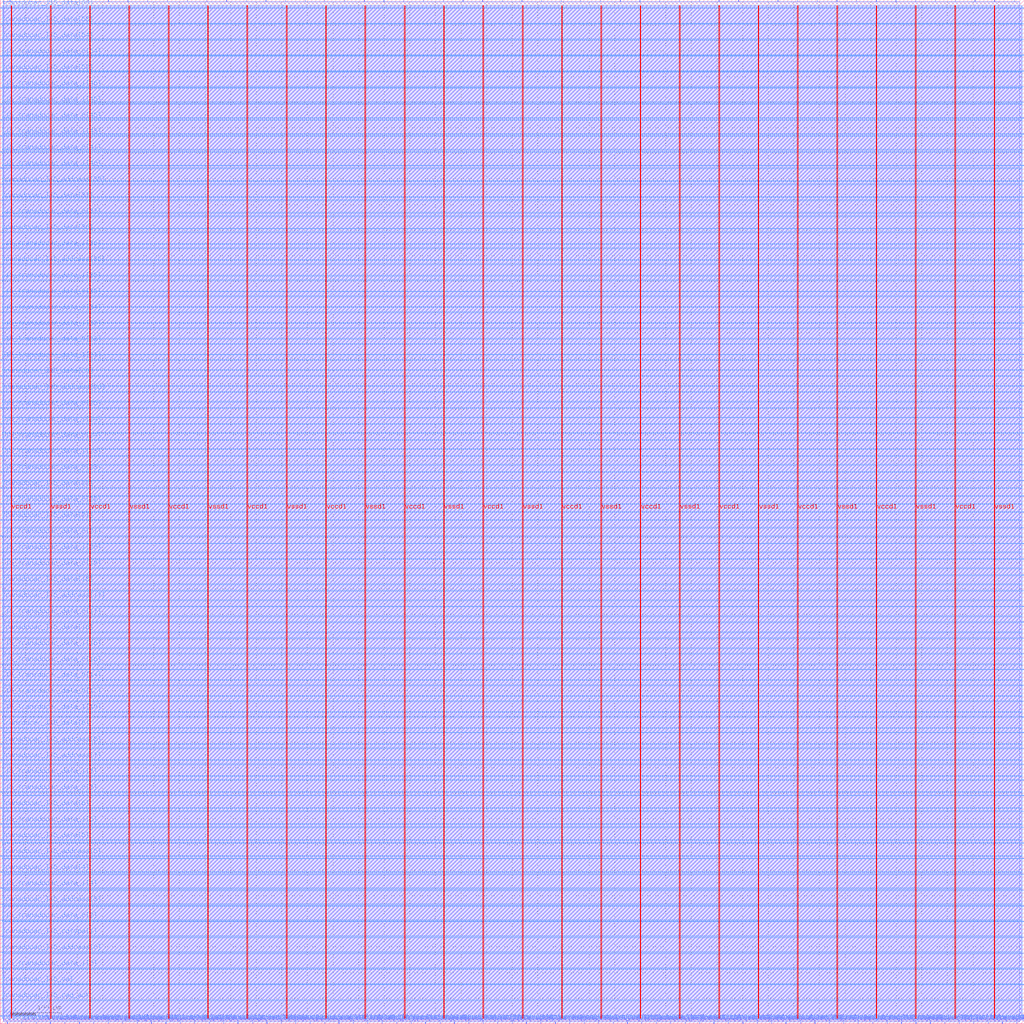
<source format=lef>
VERSION 5.7 ;
  NOWIREEXTENSIONATPIN ON ;
  DIVIDERCHAR "/" ;
  BUSBITCHARS "[]" ;
MACRO core
  CLASS BLOCK ;
  FOREIGN core ;
  ORIGIN 0.000 0.000 ;
  SIZE 2000.000 BY 2000.000 ;
  PIN clk
    DIRECTION INPUT ;
    USE SIGNAL ;
    PORT
      LAYER met2 ;
        RECT 18.950 1996.000 19.230 2000.000 ;
    END
  END clk
  PIN external_interrupt
    DIRECTION INPUT ;
    USE SIGNAL ;
    PORT
      LAYER met3 ;
        RECT 1996.000 15.000 2000.000 15.600 ;
    END
  END external_interrupt
  PIN l15_transducer_ack
    DIRECTION INPUT ;
    USE SIGNAL ;
    PORT
      LAYER met3 ;
        RECT 1996.000 45.600 2000.000 46.200 ;
    END
  END l15_transducer_ack
  PIN l15_transducer_data_0[0]
    DIRECTION INPUT ;
    USE SIGNAL ;
    PORT
      LAYER met2 ;
        RECT 41.950 0.000 42.230 4.000 ;
    END
  END l15_transducer_data_0[0]
  PIN l15_transducer_data_0[10]
    DIRECTION INPUT ;
    USE SIGNAL ;
    PORT
      LAYER met3 ;
        RECT 1996.000 352.960 2000.000 353.560 ;
    END
  END l15_transducer_data_0[10]
  PIN l15_transducer_data_0[11]
    DIRECTION INPUT ;
    USE SIGNAL ;
    PORT
      LAYER met2 ;
        RECT 595.790 1996.000 596.070 2000.000 ;
    END
  END l15_transducer_data_0[11]
  PIN l15_transducer_data_0[12]
    DIRECTION INPUT ;
    USE SIGNAL ;
    PORT
      LAYER met2 ;
        RECT 520.810 0.000 521.090 4.000 ;
    END
  END l15_transducer_data_0[12]
  PIN l15_transducer_data_0[13]
    DIRECTION INPUT ;
    USE SIGNAL ;
    PORT
      LAYER met3 ;
        RECT 0.000 639.920 4.000 640.520 ;
    END
  END l15_transducer_data_0[13]
  PIN l15_transducer_data_0[14]
    DIRECTION INPUT ;
    USE SIGNAL ;
    PORT
      LAYER met3 ;
        RECT 0.000 671.200 4.000 671.800 ;
    END
  END l15_transducer_data_0[14]
  PIN l15_transducer_data_0[15]
    DIRECTION INPUT ;
    USE SIGNAL ;
    PORT
      LAYER met2 ;
        RECT 689.630 0.000 689.910 4.000 ;
    END
  END l15_transducer_data_0[15]
  PIN l15_transducer_data_0[16]
    DIRECTION INPUT ;
    USE SIGNAL ;
    PORT
      LAYER met3 ;
        RECT 0.000 701.800 4.000 702.400 ;
    END
  END l15_transducer_data_0[16]
  PIN l15_transducer_data_0[17]
    DIRECTION INPUT ;
    USE SIGNAL ;
    PORT
      LAYER met3 ;
        RECT 0.000 795.640 4.000 796.240 ;
    END
  END l15_transducer_data_0[17]
  PIN l15_transducer_data_0[18]
    DIRECTION INPUT ;
    USE SIGNAL ;
    PORT
      LAYER met2 ;
        RECT 746.210 0.000 746.490 4.000 ;
    END
  END l15_transducer_data_0[18]
  PIN l15_transducer_data_0[19]
    DIRECTION INPUT ;
    USE SIGNAL ;
    PORT
      LAYER met3 ;
        RECT 0.000 889.480 4.000 890.080 ;
    END
  END l15_transducer_data_0[19]
  PIN l15_transducer_data_0[1]
    DIRECTION INPUT ;
    USE SIGNAL ;
    PORT
      LAYER met3 ;
        RECT 1996.000 106.800 2000.000 107.400 ;
    END
  END l15_transducer_data_0[1]
  PIN l15_transducer_data_0[20]
    DIRECTION INPUT ;
    USE SIGNAL ;
    PORT
      LAYER met3 ;
        RECT 1996.000 752.800 2000.000 753.400 ;
    END
  END l15_transducer_data_0[20]
  PIN l15_transducer_data_0[21]
    DIRECTION INPUT ;
    USE SIGNAL ;
    PORT
      LAYER met3 ;
        RECT 0.000 952.040 4.000 952.640 ;
    END
  END l15_transducer_data_0[21]
  PIN l15_transducer_data_0[22]
    DIRECTION INPUT ;
    USE SIGNAL ;
    PORT
      LAYER met3 ;
        RECT 0.000 1014.600 4.000 1015.200 ;
    END
  END l15_transducer_data_0[22]
  PIN l15_transducer_data_0[23]
    DIRECTION INPUT ;
    USE SIGNAL ;
    PORT
      LAYER met3 ;
        RECT 0.000 1077.160 4.000 1077.760 ;
    END
  END l15_transducer_data_0[23]
  PIN l15_transducer_data_0[24]
    DIRECTION INPUT ;
    USE SIGNAL ;
    PORT
      LAYER met3 ;
        RECT 0.000 1139.720 4.000 1140.320 ;
    END
  END l15_transducer_data_0[24]
  PIN l15_transducer_data_0[25]
    DIRECTION INPUT ;
    USE SIGNAL ;
    PORT
      LAYER met3 ;
        RECT 0.000 1202.280 4.000 1202.880 ;
    END
  END l15_transducer_data_0[25]
  PIN l15_transducer_data_0[26]
    DIRECTION INPUT ;
    USE SIGNAL ;
    PORT
      LAYER met3 ;
        RECT 1996.000 998.960 2000.000 999.560 ;
    END
  END l15_transducer_data_0[26]
  PIN l15_transducer_data_0[27]
    DIRECTION INPUT ;
    USE SIGNAL ;
    PORT
      LAYER met3 ;
        RECT 1996.000 1060.840 2000.000 1061.440 ;
    END
  END l15_transducer_data_0[27]
  PIN l15_transducer_data_0[28]
    DIRECTION INPUT ;
    USE SIGNAL ;
    PORT
      LAYER met2 ;
        RECT 903.530 1996.000 903.810 2000.000 ;
    END
  END l15_transducer_data_0[28]
  PIN l15_transducer_data_0[29]
    DIRECTION INPUT ;
    USE SIGNAL ;
    PORT
      LAYER met2 ;
        RECT 971.610 0.000 971.890 4.000 ;
    END
  END l15_transducer_data_0[29]
  PIN l15_transducer_data_0[2]
    DIRECTION INPUT ;
    USE SIGNAL ;
    PORT
      LAYER met3 ;
        RECT 0.000 202.000 4.000 202.600 ;
    END
  END l15_transducer_data_0[2]
  PIN l15_transducer_data_0[30]
    DIRECTION INPUT ;
    USE SIGNAL ;
    PORT
      LAYER met2 ;
        RECT 1018.990 1996.000 1019.270 2000.000 ;
    END
  END l15_transducer_data_0[30]
  PIN l15_transducer_data_0[31]
    DIRECTION INPUT ;
    USE SIGNAL ;
    PORT
      LAYER met2 ;
        RECT 1055.790 0.000 1056.070 4.000 ;
    END
  END l15_transducer_data_0[31]
  PIN l15_transducer_data_0[32]
    DIRECTION INPUT ;
    USE SIGNAL ;
    PORT
      LAYER met3 ;
        RECT 0.000 1327.400 4.000 1328.000 ;
    END
  END l15_transducer_data_0[32]
  PIN l15_transducer_data_0[33]
    DIRECTION INPUT ;
    USE SIGNAL ;
    PORT
      LAYER met3 ;
        RECT 1996.000 1245.120 2000.000 1245.720 ;
    END
  END l15_transducer_data_0[33]
  PIN l15_transducer_data_0[34]
    DIRECTION INPUT ;
    USE SIGNAL ;
    PORT
      LAYER met3 ;
        RECT 0.000 1389.280 4.000 1389.880 ;
    END
  END l15_transducer_data_0[34]
  PIN l15_transducer_data_0[35]
    DIRECTION INPUT ;
    USE SIGNAL ;
    PORT
      LAYER met3 ;
        RECT 0.000 1420.560 4.000 1421.160 ;
    END
  END l15_transducer_data_0[35]
  PIN l15_transducer_data_0[36]
    DIRECTION INPUT ;
    USE SIGNAL ;
    PORT
      LAYER met3 ;
        RECT 1996.000 1307.000 2000.000 1307.600 ;
    END
  END l15_transducer_data_0[36]
  PIN l15_transducer_data_0[37]
    DIRECTION INPUT ;
    USE SIGNAL ;
    PORT
      LAYER met3 ;
        RECT 0.000 1576.960 4.000 1577.560 ;
    END
  END l15_transducer_data_0[37]
  PIN l15_transducer_data_0[38]
    DIRECTION INPUT ;
    USE SIGNAL ;
    PORT
      LAYER met3 ;
        RECT 1996.000 1430.080 2000.000 1430.680 ;
    END
  END l15_transducer_data_0[38]
  PIN l15_transducer_data_0[39]
    DIRECTION INPUT ;
    USE SIGNAL ;
    PORT
      LAYER met2 ;
        RECT 1225.070 0.000 1225.350 4.000 ;
    END
  END l15_transducer_data_0[39]
  PIN l15_transducer_data_0[3]
    DIRECTION INPUT ;
    USE SIGNAL ;
    PORT
      LAYER met2 ;
        RECT 249.410 1996.000 249.690 2000.000 ;
    END
  END l15_transducer_data_0[3]
  PIN l15_transducer_data_0[40]
    DIRECTION INPUT ;
    USE SIGNAL ;
    PORT
      LAYER met3 ;
        RECT 1996.000 1491.280 2000.000 1491.880 ;
    END
  END l15_transducer_data_0[40]
  PIN l15_transducer_data_0[41]
    DIRECTION INPUT ;
    USE SIGNAL ;
    PORT
      LAYER met3 ;
        RECT 0.000 1702.080 4.000 1702.680 ;
    END
  END l15_transducer_data_0[41]
  PIN l15_transducer_data_0[42]
    DIRECTION INPUT ;
    USE SIGNAL ;
    PORT
      LAYER met2 ;
        RECT 1309.710 0.000 1309.990 4.000 ;
    END
  END l15_transducer_data_0[42]
  PIN l15_transducer_data_0[43]
    DIRECTION INPUT ;
    USE SIGNAL ;
    PORT
      LAYER met3 ;
        RECT 1996.000 1553.160 2000.000 1553.760 ;
    END
  END l15_transducer_data_0[43]
  PIN l15_transducer_data_0[44]
    DIRECTION INPUT ;
    USE SIGNAL ;
    PORT
      LAYER met2 ;
        RECT 1393.890 0.000 1394.170 4.000 ;
    END
  END l15_transducer_data_0[44]
  PIN l15_transducer_data_0[45]
    DIRECTION INPUT ;
    USE SIGNAL ;
    PORT
      LAYER met3 ;
        RECT 0.000 1764.640 4.000 1765.240 ;
    END
  END l15_transducer_data_0[45]
  PIN l15_transducer_data_0[46]
    DIRECTION INPUT ;
    USE SIGNAL ;
    PORT
      LAYER met2 ;
        RECT 1421.950 0.000 1422.230 4.000 ;
    END
  END l15_transducer_data_0[46]
  PIN l15_transducer_data_0[47]
    DIRECTION INPUT ;
    USE SIGNAL ;
    PORT
      LAYER met2 ;
        RECT 1450.470 0.000 1450.750 4.000 ;
    END
  END l15_transducer_data_0[47]
  PIN l15_transducer_data_0[48]
    DIRECTION INPUT ;
    USE SIGNAL ;
    PORT
      LAYER met2 ;
        RECT 1480.370 1996.000 1480.650 2000.000 ;
    END
  END l15_transducer_data_0[48]
  PIN l15_transducer_data_0[49]
    DIRECTION INPUT ;
    USE SIGNAL ;
    PORT
      LAYER met2 ;
        RECT 1519.010 1996.000 1519.290 2000.000 ;
    END
  END l15_transducer_data_0[49]
  PIN l15_transducer_data_0[4]
    DIRECTION INPUT ;
    USE SIGNAL ;
    PORT
      LAYER met2 ;
        RECT 364.870 1996.000 365.150 2000.000 ;
    END
  END l15_transducer_data_0[4]
  PIN l15_transducer_data_0[50]
    DIRECTION INPUT ;
    USE SIGNAL ;
    PORT
      LAYER met2 ;
        RECT 1563.170 0.000 1563.450 4.000 ;
    END
  END l15_transducer_data_0[50]
  PIN l15_transducer_data_0[51]
    DIRECTION INPUT ;
    USE SIGNAL ;
    PORT
      LAYER met2 ;
        RECT 1591.230 0.000 1591.510 4.000 ;
    END
  END l15_transducer_data_0[51]
  PIN l15_transducer_data_0[52]
    DIRECTION INPUT ;
    USE SIGNAL ;
    PORT
      LAYER met2 ;
        RECT 1711.290 1996.000 1711.570 2000.000 ;
    END
  END l15_transducer_data_0[52]
  PIN l15_transducer_data_0[53]
    DIRECTION INPUT ;
    USE SIGNAL ;
    PORT
      LAYER met2 ;
        RECT 1619.290 0.000 1619.570 4.000 ;
    END
  END l15_transducer_data_0[53]
  PIN l15_transducer_data_0[54]
    DIRECTION INPUT ;
    USE SIGNAL ;
    PORT
      LAYER met3 ;
        RECT 0.000 1889.760 4.000 1890.360 ;
    END
  END l15_transducer_data_0[54]
  PIN l15_transducer_data_0[55]
    DIRECTION INPUT ;
    USE SIGNAL ;
    PORT
      LAYER met2 ;
        RECT 1703.930 0.000 1704.210 4.000 ;
    END
  END l15_transducer_data_0[55]
  PIN l15_transducer_data_0[56]
    DIRECTION INPUT ;
    USE SIGNAL ;
    PORT
      LAYER met2 ;
        RECT 1760.050 0.000 1760.330 4.000 ;
    END
  END l15_transducer_data_0[56]
  PIN l15_transducer_data_0[57]
    DIRECTION INPUT ;
    USE SIGNAL ;
    PORT
      LAYER met2 ;
        RECT 1816.630 0.000 1816.910 4.000 ;
    END
  END l15_transducer_data_0[57]
  PIN l15_transducer_data_0[58]
    DIRECTION INPUT ;
    USE SIGNAL ;
    PORT
      LAYER met3 ;
        RECT 1996.000 1829.920 2000.000 1830.520 ;
    END
  END l15_transducer_data_0[58]
  PIN l15_transducer_data_0[59]
    DIRECTION INPUT ;
    USE SIGNAL ;
    PORT
      LAYER met2 ;
        RECT 1826.290 1996.000 1826.570 2000.000 ;
    END
  END l15_transducer_data_0[59]
  PIN l15_transducer_data_0[5]
    DIRECTION INPUT ;
    USE SIGNAL ;
    PORT
      LAYER met2 ;
        RECT 380.050 0.000 380.330 4.000 ;
    END
  END l15_transducer_data_0[5]
  PIN l15_transducer_data_0[60]
    DIRECTION INPUT ;
    USE SIGNAL ;
    PORT
      LAYER met2 ;
        RECT 1941.750 1996.000 1942.030 2000.000 ;
    END
  END l15_transducer_data_0[60]
  PIN l15_transducer_data_0[61]
    DIRECTION INPUT ;
    USE SIGNAL ;
    PORT
      LAYER met2 ;
        RECT 1901.270 0.000 1901.550 4.000 ;
    END
  END l15_transducer_data_0[61]
  PIN l15_transducer_data_0[62]
    DIRECTION INPUT ;
    USE SIGNAL ;
    PORT
      LAYER met3 ;
        RECT 1996.000 1860.520 2000.000 1861.120 ;
    END
  END l15_transducer_data_0[62]
  PIN l15_transducer_data_0[63]
    DIRECTION INPUT ;
    USE SIGNAL ;
    PORT
      LAYER met2 ;
        RECT 1985.450 0.000 1985.730 4.000 ;
    END
  END l15_transducer_data_0[63]
  PIN l15_transducer_data_0[6]
    DIRECTION INPUT ;
    USE SIGNAL ;
    PORT
      LAYER met2 ;
        RECT 441.690 1996.000 441.970 2000.000 ;
    END
  END l15_transducer_data_0[6]
  PIN l15_transducer_data_0[7]
    DIRECTION INPUT ;
    USE SIGNAL ;
    PORT
      LAYER met3 ;
        RECT 0.000 452.240 4.000 452.840 ;
    END
  END l15_transducer_data_0[7]
  PIN l15_transducer_data_0[8]
    DIRECTION INPUT ;
    USE SIGNAL ;
    PORT
      LAYER met2 ;
        RECT 480.330 1996.000 480.610 2000.000 ;
    END
  END l15_transducer_data_0[8]
  PIN l15_transducer_data_0[9]
    DIRECTION INPUT ;
    USE SIGNAL ;
    PORT
      LAYER met2 ;
        RECT 518.970 1996.000 519.250 2000.000 ;
    END
  END l15_transducer_data_0[9]
  PIN l15_transducer_data_1[0]
    DIRECTION INPUT ;
    USE SIGNAL ;
    PORT
      LAYER met3 ;
        RECT 0.000 108.160 4.000 108.760 ;
    END
  END l15_transducer_data_1[0]
  PIN l15_transducer_data_1[10]
    DIRECTION INPUT ;
    USE SIGNAL ;
    PORT
      LAYER met3 ;
        RECT 0.000 608.640 4.000 609.240 ;
    END
  END l15_transducer_data_1[10]
  PIN l15_transducer_data_1[11]
    DIRECTION INPUT ;
    USE SIGNAL ;
    PORT
      LAYER met2 ;
        RECT 492.750 0.000 493.030 4.000 ;
    END
  END l15_transducer_data_1[11]
  PIN l15_transducer_data_1[12]
    DIRECTION INPUT ;
    USE SIGNAL ;
    PORT
      LAYER met2 ;
        RECT 548.870 0.000 549.150 4.000 ;
    END
  END l15_transducer_data_1[12]
  PIN l15_transducer_data_1[13]
    DIRECTION INPUT ;
    USE SIGNAL ;
    PORT
      LAYER met2 ;
        RECT 576.930 0.000 577.210 4.000 ;
    END
  END l15_transducer_data_1[13]
  PIN l15_transducer_data_1[14]
    DIRECTION INPUT ;
    USE SIGNAL ;
    PORT
      LAYER met3 ;
        RECT 1996.000 506.640 2000.000 507.240 ;
    END
  END l15_transducer_data_1[14]
  PIN l15_transducer_data_1[15]
    DIRECTION INPUT ;
    USE SIGNAL ;
    PORT
      LAYER met2 ;
        RECT 717.690 0.000 717.970 4.000 ;
    END
  END l15_transducer_data_1[15]
  PIN l15_transducer_data_1[16]
    DIRECTION INPUT ;
    USE SIGNAL ;
    PORT
      LAYER met3 ;
        RECT 0.000 733.080 4.000 733.680 ;
    END
  END l15_transducer_data_1[16]
  PIN l15_transducer_data_1[17]
    DIRECTION INPUT ;
    USE SIGNAL ;
    PORT
      LAYER met2 ;
        RECT 633.970 1996.000 634.250 2000.000 ;
    END
  END l15_transducer_data_1[17]
  PIN l15_transducer_data_1[18]
    DIRECTION INPUT ;
    USE SIGNAL ;
    PORT
      LAYER met2 ;
        RECT 711.250 1996.000 711.530 2000.000 ;
    END
  END l15_transducer_data_1[18]
  PIN l15_transducer_data_1[19]
    DIRECTION INPUT ;
    USE SIGNAL ;
    PORT
      LAYER met3 ;
        RECT 1996.000 691.600 2000.000 692.200 ;
    END
  END l15_transducer_data_1[19]
  PIN l15_transducer_data_1[1]
    DIRECTION INPUT ;
    USE SIGNAL ;
    PORT
      LAYER met2 ;
        RECT 126.130 0.000 126.410 4.000 ;
    END
  END l15_transducer_data_1[1]
  PIN l15_transducer_data_1[20]
    DIRECTION INPUT ;
    USE SIGNAL ;
    PORT
      LAYER met3 ;
        RECT 0.000 920.760 4.000 921.360 ;
    END
  END l15_transducer_data_1[20]
  PIN l15_transducer_data_1[21]
    DIRECTION INPUT ;
    USE SIGNAL ;
    PORT
      LAYER met3 ;
        RECT 1996.000 845.280 2000.000 845.880 ;
    END
  END l15_transducer_data_1[21]
  PIN l15_transducer_data_1[22]
    DIRECTION INPUT ;
    USE SIGNAL ;
    PORT
      LAYER met2 ;
        RECT 774.270 0.000 774.550 4.000 ;
    END
  END l15_transducer_data_1[22]
  PIN l15_transducer_data_1[23]
    DIRECTION INPUT ;
    USE SIGNAL ;
    PORT
      LAYER met3 ;
        RECT 0.000 1108.440 4.000 1109.040 ;
    END
  END l15_transducer_data_1[23]
  PIN l15_transducer_data_1[24]
    DIRECTION INPUT ;
    USE SIGNAL ;
    PORT
      LAYER met3 ;
        RECT 0.000 1171.000 4.000 1171.600 ;
    END
  END l15_transducer_data_1[24]
  PIN l15_transducer_data_1[25]
    DIRECTION INPUT ;
    USE SIGNAL ;
    PORT
      LAYER met2 ;
        RECT 830.390 0.000 830.670 4.000 ;
    END
  END l15_transducer_data_1[25]
  PIN l15_transducer_data_1[26]
    DIRECTION INPUT ;
    USE SIGNAL ;
    PORT
      LAYER met2 ;
        RECT 886.970 0.000 887.250 4.000 ;
    END
  END l15_transducer_data_1[26]
  PIN l15_transducer_data_1[27]
    DIRECTION INPUT ;
    USE SIGNAL ;
    PORT
      LAYER met2 ;
        RECT 864.890 1996.000 865.170 2000.000 ;
    END
  END l15_transducer_data_1[27]
  PIN l15_transducer_data_1[28]
    DIRECTION INPUT ;
    USE SIGNAL ;
    PORT
      LAYER met2 ;
        RECT 943.090 0.000 943.370 4.000 ;
    END
  END l15_transducer_data_1[28]
  PIN l15_transducer_data_1[29]
    DIRECTION INPUT ;
    USE SIGNAL ;
    PORT
      LAYER met2 ;
        RECT 999.670 0.000 999.950 4.000 ;
    END
  END l15_transducer_data_1[29]
  PIN l15_transducer_data_1[2]
    DIRECTION INPUT ;
    USE SIGNAL ;
    PORT
      LAYER met2 ;
        RECT 210.770 0.000 211.050 4.000 ;
    END
  END l15_transducer_data_1[2]
  PIN l15_transducer_data_1[30]
    DIRECTION INPUT ;
    USE SIGNAL ;
    PORT
      LAYER met2 ;
        RECT 1057.170 1996.000 1057.450 2000.000 ;
    END
  END l15_transducer_data_1[30]
  PIN l15_transducer_data_1[31]
    DIRECTION INPUT ;
    USE SIGNAL ;
    PORT
      LAYER met3 ;
        RECT 0.000 1296.120 4.000 1296.720 ;
    END
  END l15_transducer_data_1[31]
  PIN l15_transducer_data_1[32]
    DIRECTION INPUT ;
    USE SIGNAL ;
    PORT
      LAYER met3 ;
        RECT 0.000 1358.000 4.000 1358.600 ;
    END
  END l15_transducer_data_1[32]
  PIN l15_transducer_data_1[33]
    DIRECTION INPUT ;
    USE SIGNAL ;
    PORT
      LAYER met2 ;
        RECT 1133.990 1996.000 1134.270 2000.000 ;
    END
  END l15_transducer_data_1[33]
  PIN l15_transducer_data_1[34]
    DIRECTION INPUT ;
    USE SIGNAL ;
    PORT
      LAYER met2 ;
        RECT 1172.630 1996.000 1172.910 2000.000 ;
    END
  END l15_transducer_data_1[34]
  PIN l15_transducer_data_1[35]
    DIRECTION INPUT ;
    USE SIGNAL ;
    PORT
      LAYER met3 ;
        RECT 0.000 1451.840 4.000 1452.440 ;
    END
  END l15_transducer_data_1[35]
  PIN l15_transducer_data_1[36]
    DIRECTION INPUT ;
    USE SIGNAL ;
    PORT
      LAYER met3 ;
        RECT 0.000 1514.400 4.000 1515.000 ;
    END
  END l15_transducer_data_1[36]
  PIN l15_transducer_data_1[37]
    DIRECTION INPUT ;
    USE SIGNAL ;
    PORT
      LAYER met3 ;
        RECT 1996.000 1368.200 2000.000 1368.800 ;
    END
  END l15_transducer_data_1[37]
  PIN l15_transducer_data_1[38]
    DIRECTION INPUT ;
    USE SIGNAL ;
    PORT
      LAYER met3 ;
        RECT 1996.000 1460.680 2000.000 1461.280 ;
    END
  END l15_transducer_data_1[38]
  PIN l15_transducer_data_1[39]
    DIRECTION INPUT ;
    USE SIGNAL ;
    PORT
      LAYER met2 ;
        RECT 1253.130 0.000 1253.410 4.000 ;
    END
  END l15_transducer_data_1[39]
  PIN l15_transducer_data_1[3]
    DIRECTION INPUT ;
    USE SIGNAL ;
    PORT
      LAYER met2 ;
        RECT 323.470 0.000 323.750 4.000 ;
    END
  END l15_transducer_data_1[3]
  PIN l15_transducer_data_1[40]
    DIRECTION INPUT ;
    USE SIGNAL ;
    PORT
      LAYER met3 ;
        RECT 0.000 1670.800 4.000 1671.400 ;
    END
  END l15_transducer_data_1[40]
  PIN l15_transducer_data_1[41]
    DIRECTION INPUT ;
    USE SIGNAL ;
    PORT
      LAYER met3 ;
        RECT 1996.000 1522.560 2000.000 1523.160 ;
    END
  END l15_transducer_data_1[41]
  PIN l15_transducer_data_1[42]
    DIRECTION INPUT ;
    USE SIGNAL ;
    PORT
      LAYER met2 ;
        RECT 1337.770 0.000 1338.050 4.000 ;
    END
  END l15_transducer_data_1[42]
  PIN l15_transducer_data_1[43]
    DIRECTION INPUT ;
    USE SIGNAL ;
    PORT
      LAYER met3 ;
        RECT 0.000 1733.360 4.000 1733.960 ;
    END
  END l15_transducer_data_1[43]
  PIN l15_transducer_data_1[44]
    DIRECTION INPUT ;
    USE SIGNAL ;
    PORT
      LAYER met2 ;
        RECT 1364.910 1996.000 1365.190 2000.000 ;
    END
  END l15_transducer_data_1[44]
  PIN l15_transducer_data_1[45]
    DIRECTION INPUT ;
    USE SIGNAL ;
    PORT
      LAYER met3 ;
        RECT 0.000 1795.920 4.000 1796.520 ;
    END
  END l15_transducer_data_1[45]
  PIN l15_transducer_data_1[46]
    DIRECTION INPUT ;
    USE SIGNAL ;
    PORT
      LAYER met3 ;
        RECT 0.000 1827.200 4.000 1827.800 ;
    END
  END l15_transducer_data_1[46]
  PIN l15_transducer_data_1[47]
    DIRECTION INPUT ;
    USE SIGNAL ;
    PORT
      LAYER met2 ;
        RECT 1478.530 0.000 1478.810 4.000 ;
    END
  END l15_transducer_data_1[47]
  PIN l15_transducer_data_1[48]
    DIRECTION INPUT ;
    USE SIGNAL ;
    PORT
      LAYER met2 ;
        RECT 1506.590 0.000 1506.870 4.000 ;
    END
  END l15_transducer_data_1[48]
  PIN l15_transducer_data_1[49]
    DIRECTION INPUT ;
    USE SIGNAL ;
    PORT
      LAYER met2 ;
        RECT 1557.190 1996.000 1557.470 2000.000 ;
    END
  END l15_transducer_data_1[49]
  PIN l15_transducer_data_1[4]
    DIRECTION INPUT ;
    USE SIGNAL ;
    PORT
      LAYER met3 ;
        RECT 0.000 264.560 4.000 265.160 ;
    END
  END l15_transducer_data_1[4]
  PIN l15_transducer_data_1[50]
    DIRECTION INPUT ;
    USE SIGNAL ;
    PORT
      LAYER met2 ;
        RECT 1595.830 1996.000 1596.110 2000.000 ;
    END
  END l15_transducer_data_1[50]
  PIN l15_transducer_data_1[51]
    DIRECTION INPUT ;
    USE SIGNAL ;
    PORT
      LAYER met2 ;
        RECT 1672.650 1996.000 1672.930 2000.000 ;
    END
  END l15_transducer_data_1[51]
  PIN l15_transducer_data_1[52]
    DIRECTION INPUT ;
    USE SIGNAL ;
    PORT
      LAYER met3 ;
        RECT 1996.000 1737.440 2000.000 1738.040 ;
    END
  END l15_transducer_data_1[52]
  PIN l15_transducer_data_1[53]
    DIRECTION INPUT ;
    USE SIGNAL ;
    PORT
      LAYER met2 ;
        RECT 1647.350 0.000 1647.630 4.000 ;
    END
  END l15_transducer_data_1[53]
  PIN l15_transducer_data_1[54]
    DIRECTION INPUT ;
    USE SIGNAL ;
    PORT
      LAYER met2 ;
        RECT 1749.470 1996.000 1749.750 2000.000 ;
    END
  END l15_transducer_data_1[54]
  PIN l15_transducer_data_1[55]
    DIRECTION INPUT ;
    USE SIGNAL ;
    PORT
      LAYER met2 ;
        RECT 1788.110 1996.000 1788.390 2000.000 ;
    END
  END l15_transducer_data_1[55]
  PIN l15_transducer_data_1[56]
    DIRECTION INPUT ;
    USE SIGNAL ;
    PORT
      LAYER met3 ;
        RECT 1996.000 1768.720 2000.000 1769.320 ;
    END
  END l15_transducer_data_1[56]
  PIN l15_transducer_data_1[57]
    DIRECTION INPUT ;
    USE SIGNAL ;
    PORT
      LAYER met3 ;
        RECT 1996.000 1799.320 2000.000 1799.920 ;
    END
  END l15_transducer_data_1[57]
  PIN l15_transducer_data_1[58]
    DIRECTION INPUT ;
    USE SIGNAL ;
    PORT
      LAYER met2 ;
        RECT 1872.750 0.000 1873.030 4.000 ;
    END
  END l15_transducer_data_1[58]
  PIN l15_transducer_data_1[59]
    DIRECTION INPUT ;
    USE SIGNAL ;
    PORT
      LAYER met2 ;
        RECT 1864.930 1996.000 1865.210 2000.000 ;
    END
  END l15_transducer_data_1[59]
  PIN l15_transducer_data_1[5]
    DIRECTION INPUT ;
    USE SIGNAL ;
    PORT
      LAYER met2 ;
        RECT 408.110 0.000 408.390 4.000 ;
    END
  END l15_transducer_data_1[5]
  PIN l15_transducer_data_1[60]
    DIRECTION INPUT ;
    USE SIGNAL ;
    PORT
      LAYER met2 ;
        RECT 1980.390 1996.000 1980.670 2000.000 ;
    END
  END l15_transducer_data_1[60]
  PIN l15_transducer_data_1[61]
    DIRECTION INPUT ;
    USE SIGNAL ;
    PORT
      LAYER met2 ;
        RECT 1929.330 0.000 1929.610 4.000 ;
    END
  END l15_transducer_data_1[61]
  PIN l15_transducer_data_1[62]
    DIRECTION INPUT ;
    USE SIGNAL ;
    PORT
      LAYER met3 ;
        RECT 1996.000 1891.800 2000.000 1892.400 ;
    END
  END l15_transducer_data_1[62]
  PIN l15_transducer_data_1[63]
    DIRECTION INPUT ;
    USE SIGNAL ;
    PORT
      LAYER met3 ;
        RECT 1996.000 1953.000 2000.000 1953.600 ;
    END
  END l15_transducer_data_1[63]
  PIN l15_transducer_data_1[6]
    DIRECTION INPUT ;
    USE SIGNAL ;
    PORT
      LAYER met3 ;
        RECT 0.000 389.680 4.000 390.280 ;
    END
  END l15_transducer_data_1[6]
  PIN l15_transducer_data_1[7]
    DIRECTION INPUT ;
    USE SIGNAL ;
    PORT
      LAYER met3 ;
        RECT 0.000 483.520 4.000 484.120 ;
    END
  END l15_transducer_data_1[7]
  PIN l15_transducer_data_1[8]
    DIRECTION INPUT ;
    USE SIGNAL ;
    PORT
      LAYER met3 ;
        RECT 1996.000 229.880 2000.000 230.480 ;
    END
  END l15_transducer_data_1[8]
  PIN l15_transducer_data_1[9]
    DIRECTION INPUT ;
    USE SIGNAL ;
    PORT
      LAYER met3 ;
        RECT 1996.000 260.480 2000.000 261.080 ;
    END
  END l15_transducer_data_1[9]
  PIN l15_transducer_header_ack
    DIRECTION INPUT ;
    USE SIGNAL ;
    PORT
      LAYER met2 ;
        RECT 13.890 0.000 14.170 4.000 ;
    END
  END l15_transducer_header_ack
  PIN l15_transducer_returntype[0]
    DIRECTION INPUT ;
    USE SIGNAL ;
    PORT
      LAYER met2 ;
        RECT 70.010 0.000 70.290 4.000 ;
    END
  END l15_transducer_returntype[0]
  PIN l15_transducer_returntype[1]
    DIRECTION INPUT ;
    USE SIGNAL ;
    PORT
      LAYER met3 ;
        RECT 1996.000 137.400 2000.000 138.000 ;
    END
  END l15_transducer_returntype[1]
  PIN l15_transducer_returntype[2]
    DIRECTION INPUT ;
    USE SIGNAL ;
    PORT
      LAYER met2 ;
        RECT 172.590 1996.000 172.870 2000.000 ;
    END
  END l15_transducer_returntype[2]
  PIN l15_transducer_returntype[3]
    DIRECTION INPUT ;
    USE SIGNAL ;
    PORT
      LAYER met2 ;
        RECT 288.050 1996.000 288.330 2000.000 ;
    END
  END l15_transducer_returntype[3]
  PIN l15_transducer_val
    DIRECTION INPUT ;
    USE SIGNAL ;
    PORT
      LAYER met2 ;
        RECT 57.130 1996.000 57.410 2000.000 ;
    END
  END l15_transducer_val
  PIN nrst
    DIRECTION INPUT ;
    USE SIGNAL ;
    PORT
      LAYER met3 ;
        RECT 0.000 15.000 4.000 15.600 ;
    END
  END nrst
  PIN transducer_l15_address[0]
    DIRECTION OUTPUT TRISTATE ;
    USE SIGNAL ;
    PORT
      LAYER met3 ;
        RECT 0.000 139.440 4.000 140.040 ;
    END
  END transducer_l15_address[0]
  PIN transducer_l15_address[10]
    DIRECTION OUTPUT TRISTATE ;
    USE SIGNAL ;
    PORT
      LAYER met2 ;
        RECT 557.150 1996.000 557.430 2000.000 ;
    END
  END transducer_l15_address[10]
  PIN transducer_l15_address[11]
    DIRECTION OUTPUT TRISTATE ;
    USE SIGNAL ;
    PORT
      LAYER met3 ;
        RECT 1996.000 383.560 2000.000 384.160 ;
    END
  END transducer_l15_address[11]
  PIN transducer_l15_address[12]
    DIRECTION OUTPUT TRISTATE ;
    USE SIGNAL ;
    PORT
      LAYER met3 ;
        RECT 1996.000 445.440 2000.000 446.040 ;
    END
  END transducer_l15_address[12]
  PIN transducer_l15_address[13]
    DIRECTION OUTPUT TRISTATE ;
    USE SIGNAL ;
    PORT
      LAYER met2 ;
        RECT 605.450 0.000 605.730 4.000 ;
    END
  END transducer_l15_address[13]
  PIN transducer_l15_address[14]
    DIRECTION OUTPUT TRISTATE ;
    USE SIGNAL ;
    PORT
      LAYER met3 ;
        RECT 1996.000 537.920 2000.000 538.520 ;
    END
  END transducer_l15_address[14]
  PIN transducer_l15_address[15]
    DIRECTION OUTPUT TRISTATE ;
    USE SIGNAL ;
    PORT
      LAYER met3 ;
        RECT 1996.000 568.520 2000.000 569.120 ;
    END
  END transducer_l15_address[15]
  PIN transducer_l15_address[16]
    DIRECTION OUTPUT TRISTATE ;
    USE SIGNAL ;
    PORT
      LAYER met3 ;
        RECT 1996.000 629.720 2000.000 630.320 ;
    END
  END transducer_l15_address[16]
  PIN transducer_l15_address[17]
    DIRECTION OUTPUT TRISTATE ;
    USE SIGNAL ;
    PORT
      LAYER met3 ;
        RECT 0.000 826.920 4.000 827.520 ;
    END
  END transducer_l15_address[17]
  PIN transducer_l15_address[18]
    DIRECTION OUTPUT TRISTATE ;
    USE SIGNAL ;
    PORT
      LAYER met3 ;
        RECT 1996.000 661.000 2000.000 661.600 ;
    END
  END transducer_l15_address[18]
  PIN transducer_l15_address[19]
    DIRECTION OUTPUT TRISTATE ;
    USE SIGNAL ;
    PORT
      LAYER met3 ;
        RECT 1996.000 722.200 2000.000 722.800 ;
    END
  END transducer_l15_address[19]
  PIN transducer_l15_address[1]
    DIRECTION OUTPUT TRISTATE ;
    USE SIGNAL ;
    PORT
      LAYER met2 ;
        RECT 154.650 0.000 154.930 4.000 ;
    END
  END transducer_l15_address[1]
  PIN transducer_l15_address[20]
    DIRECTION OUTPUT TRISTATE ;
    USE SIGNAL ;
    PORT
      LAYER met3 ;
        RECT 1996.000 784.080 2000.000 784.680 ;
    END
  END transducer_l15_address[20]
  PIN transducer_l15_address[21]
    DIRECTION OUTPUT TRISTATE ;
    USE SIGNAL ;
    PORT
      LAYER met3 ;
        RECT 1996.000 875.880 2000.000 876.480 ;
    END
  END transducer_l15_address[21]
  PIN transducer_l15_address[22]
    DIRECTION OUTPUT TRISTATE ;
    USE SIGNAL ;
    PORT
      LAYER met2 ;
        RECT 802.330 0.000 802.610 4.000 ;
    END
  END transducer_l15_address[22]
  PIN transducer_l15_address[23]
    DIRECTION OUTPUT TRISTATE ;
    USE SIGNAL ;
    PORT
      LAYER met2 ;
        RECT 788.070 1996.000 788.350 2000.000 ;
    END
  END transducer_l15_address[23]
  PIN transducer_l15_address[24]
    DIRECTION OUTPUT TRISTATE ;
    USE SIGNAL ;
    PORT
      LAYER met3 ;
        RECT 1996.000 937.760 2000.000 938.360 ;
    END
  END transducer_l15_address[24]
  PIN transducer_l15_address[25]
    DIRECTION OUTPUT TRISTATE ;
    USE SIGNAL ;
    PORT
      LAYER met3 ;
        RECT 1996.000 968.360 2000.000 968.960 ;
    END
  END transducer_l15_address[25]
  PIN transducer_l15_address[26]
    DIRECTION OUTPUT TRISTATE ;
    USE SIGNAL ;
    PORT
      LAYER met3 ;
        RECT 0.000 1233.560 4.000 1234.160 ;
    END
  END transducer_l15_address[26]
  PIN transducer_l15_address[27]
    DIRECTION OUTPUT TRISTATE ;
    USE SIGNAL ;
    PORT
      LAYER met3 ;
        RECT 1996.000 1091.440 2000.000 1092.040 ;
    END
  END transducer_l15_address[27]
  PIN transducer_l15_address[28]
    DIRECTION OUTPUT TRISTATE ;
    USE SIGNAL ;
    PORT
      LAYER met3 ;
        RECT 1996.000 1122.040 2000.000 1122.640 ;
    END
  END transducer_l15_address[28]
  PIN transducer_l15_address[29]
    DIRECTION OUTPUT TRISTATE ;
    USE SIGNAL ;
    PORT
      LAYER met2 ;
        RECT 941.710 1996.000 941.990 2000.000 ;
    END
  END transducer_l15_address[29]
  PIN transducer_l15_address[2]
    DIRECTION OUTPUT TRISTATE ;
    USE SIGNAL ;
    PORT
      LAYER met2 ;
        RECT 238.830 0.000 239.110 4.000 ;
    END
  END transducer_l15_address[2]
  PIN transducer_l15_address[30]
    DIRECTION OUTPUT TRISTATE ;
    USE SIGNAL ;
    PORT
      LAYER met2 ;
        RECT 1027.730 0.000 1028.010 4.000 ;
    END
  END transducer_l15_address[30]
  PIN transducer_l15_address[31]
    DIRECTION OUTPUT TRISTATE ;
    USE SIGNAL ;
    PORT
      LAYER met3 ;
        RECT 1996.000 1183.920 2000.000 1184.520 ;
    END
  END transducer_l15_address[31]
  PIN transducer_l15_address[32]
    DIRECTION OUTPUT TRISTATE ;
    USE SIGNAL ;
    PORT
      LAYER met2 ;
        RECT 1084.310 0.000 1084.590 4.000 ;
    END
  END transducer_l15_address[32]
  PIN transducer_l15_address[33]
    DIRECTION OUTPUT TRISTATE ;
    USE SIGNAL ;
    PORT
      LAYER met3 ;
        RECT 1996.000 1276.400 2000.000 1277.000 ;
    END
  END transducer_l15_address[33]
  PIN transducer_l15_address[34]
    DIRECTION OUTPUT TRISTATE ;
    USE SIGNAL ;
    PORT
      LAYER met2 ;
        RECT 1140.430 0.000 1140.710 4.000 ;
    END
  END transducer_l15_address[34]
  PIN transducer_l15_address[35]
    DIRECTION OUTPUT TRISTATE ;
    USE SIGNAL ;
    PORT
      LAYER met3 ;
        RECT 0.000 1483.120 4.000 1483.720 ;
    END
  END transducer_l15_address[35]
  PIN transducer_l15_address[36]
    DIRECTION OUTPUT TRISTATE ;
    USE SIGNAL ;
    PORT
      LAYER met3 ;
        RECT 1996.000 1337.600 2000.000 1338.200 ;
    END
  END transducer_l15_address[36]
  PIN transducer_l15_address[37]
    DIRECTION OUTPUT TRISTATE ;
    USE SIGNAL ;
    PORT
      LAYER met3 ;
        RECT 1996.000 1399.480 2000.000 1400.080 ;
    END
  END transducer_l15_address[37]
  PIN transducer_l15_address[38]
    DIRECTION OUTPUT TRISTATE ;
    USE SIGNAL ;
    PORT
      LAYER met2 ;
        RECT 1168.490 0.000 1168.770 4.000 ;
    END
  END transducer_l15_address[38]
  PIN transducer_l15_address[39]
    DIRECTION OUTPUT TRISTATE ;
    USE SIGNAL ;
    PORT
      LAYER met3 ;
        RECT 0.000 1639.520 4.000 1640.120 ;
    END
  END transducer_l15_address[39]
  PIN transducer_l15_address[3]
    DIRECTION OUTPUT TRISTATE ;
    USE SIGNAL ;
    PORT
      LAYER met3 ;
        RECT 0.000 233.280 4.000 233.880 ;
    END
  END transducer_l15_address[3]
  PIN transducer_l15_address[4]
    DIRECTION OUTPUT TRISTATE ;
    USE SIGNAL ;
    PORT
      LAYER met2 ;
        RECT 403.510 1996.000 403.790 2000.000 ;
    END
  END transducer_l15_address[4]
  PIN transducer_l15_address[5]
    DIRECTION OUTPUT TRISTATE ;
    USE SIGNAL ;
    PORT
      LAYER met3 ;
        RECT 0.000 327.120 4.000 327.720 ;
    END
  END transducer_l15_address[5]
  PIN transducer_l15_address[6]
    DIRECTION OUTPUT TRISTATE ;
    USE SIGNAL ;
    PORT
      LAYER met2 ;
        RECT 436.170 0.000 436.450 4.000 ;
    END
  END transducer_l15_address[6]
  PIN transducer_l15_address[7]
    DIRECTION OUTPUT TRISTATE ;
    USE SIGNAL ;
    PORT
      LAYER met3 ;
        RECT 0.000 514.800 4.000 515.400 ;
    END
  END transducer_l15_address[7]
  PIN transducer_l15_address[8]
    DIRECTION OUTPUT TRISTATE ;
    USE SIGNAL ;
    PORT
      LAYER met3 ;
        RECT 0.000 546.080 4.000 546.680 ;
    END
  END transducer_l15_address[8]
  PIN transducer_l15_address[9]
    DIRECTION OUTPUT TRISTATE ;
    USE SIGNAL ;
    PORT
      LAYER met3 ;
        RECT 1996.000 291.760 2000.000 292.360 ;
    END
  END transducer_l15_address[9]
  PIN transducer_l15_data[0]
    DIRECTION OUTPUT TRISTATE ;
    USE SIGNAL ;
    PORT
      LAYER met2 ;
        RECT 95.770 1996.000 96.050 2000.000 ;
    END
  END transducer_l15_data[0]
  PIN transducer_l15_data[10]
    DIRECTION OUTPUT TRISTATE ;
    USE SIGNAL ;
    PORT
      LAYER met2 ;
        RECT 464.230 0.000 464.510 4.000 ;
    END
  END transducer_l15_data[10]
  PIN transducer_l15_data[11]
    DIRECTION OUTPUT TRISTATE ;
    USE SIGNAL ;
    PORT
      LAYER met3 ;
        RECT 1996.000 414.840 2000.000 415.440 ;
    END
  END transducer_l15_data[11]
  PIN transducer_l15_data[12]
    DIRECTION OUTPUT TRISTATE ;
    USE SIGNAL ;
    PORT
      LAYER met3 ;
        RECT 1996.000 476.040 2000.000 476.640 ;
    END
  END transducer_l15_data[12]
  PIN transducer_l15_data[13]
    DIRECTION OUTPUT TRISTATE ;
    USE SIGNAL ;
    PORT
      LAYER met2 ;
        RECT 633.510 0.000 633.790 4.000 ;
    END
  END transducer_l15_data[13]
  PIN transducer_l15_data[14]
    DIRECTION OUTPUT TRISTATE ;
    USE SIGNAL ;
    PORT
      LAYER met2 ;
        RECT 661.570 0.000 661.850 4.000 ;
    END
  END transducer_l15_data[14]
  PIN transducer_l15_data[15]
    DIRECTION OUTPUT TRISTATE ;
    USE SIGNAL ;
    PORT
      LAYER met3 ;
        RECT 1996.000 599.120 2000.000 599.720 ;
    END
  END transducer_l15_data[15]
  PIN transducer_l15_data[16]
    DIRECTION OUTPUT TRISTATE ;
    USE SIGNAL ;
    PORT
      LAYER met3 ;
        RECT 0.000 764.360 4.000 764.960 ;
    END
  END transducer_l15_data[16]
  PIN transducer_l15_data[17]
    DIRECTION OUTPUT TRISTATE ;
    USE SIGNAL ;
    PORT
      LAYER met2 ;
        RECT 672.610 1996.000 672.890 2000.000 ;
    END
  END transducer_l15_data[17]
  PIN transducer_l15_data[18]
    DIRECTION OUTPUT TRISTATE ;
    USE SIGNAL ;
    PORT
      LAYER met3 ;
        RECT 0.000 858.200 4.000 858.800 ;
    END
  END transducer_l15_data[18]
  PIN transducer_l15_data[19]
    DIRECTION OUTPUT TRISTATE ;
    USE SIGNAL ;
    PORT
      LAYER met2 ;
        RECT 749.430 1996.000 749.710 2000.000 ;
    END
  END transducer_l15_data[19]
  PIN transducer_l15_data[1]
    DIRECTION OUTPUT TRISTATE ;
    USE SIGNAL ;
    PORT
      LAYER met2 ;
        RECT 182.710 0.000 182.990 4.000 ;
    END
  END transducer_l15_data[1]
  PIN transducer_l15_data[20]
    DIRECTION OUTPUT TRISTATE ;
    USE SIGNAL ;
    PORT
      LAYER met3 ;
        RECT 1996.000 814.680 2000.000 815.280 ;
    END
  END transducer_l15_data[20]
  PIN transducer_l15_data[21]
    DIRECTION OUTPUT TRISTATE ;
    USE SIGNAL ;
    PORT
      LAYER met3 ;
        RECT 0.000 983.320 4.000 983.920 ;
    END
  END transducer_l15_data[21]
  PIN transducer_l15_data[22]
    DIRECTION OUTPUT TRISTATE ;
    USE SIGNAL ;
    PORT
      LAYER met3 ;
        RECT 0.000 1045.880 4.000 1046.480 ;
    END
  END transducer_l15_data[22]
  PIN transducer_l15_data[23]
    DIRECTION OUTPUT TRISTATE ;
    USE SIGNAL ;
    PORT
      LAYER met3 ;
        RECT 1996.000 907.160 2000.000 907.760 ;
    END
  END transducer_l15_data[23]
  PIN transducer_l15_data[24]
    DIRECTION OUTPUT TRISTATE ;
    USE SIGNAL ;
    PORT
      LAYER met2 ;
        RECT 826.250 1996.000 826.530 2000.000 ;
    END
  END transducer_l15_data[24]
  PIN transducer_l15_data[25]
    DIRECTION OUTPUT TRISTATE ;
    USE SIGNAL ;
    PORT
      LAYER met2 ;
        RECT 858.910 0.000 859.190 4.000 ;
    END
  END transducer_l15_data[25]
  PIN transducer_l15_data[26]
    DIRECTION OUTPUT TRISTATE ;
    USE SIGNAL ;
    PORT
      LAYER met3 ;
        RECT 1996.000 1030.240 2000.000 1030.840 ;
    END
  END transducer_l15_data[26]
  PIN transducer_l15_data[27]
    DIRECTION OUTPUT TRISTATE ;
    USE SIGNAL ;
    PORT
      LAYER met2 ;
        RECT 915.030 0.000 915.310 4.000 ;
    END
  END transducer_l15_data[27]
  PIN transducer_l15_data[28]
    DIRECTION OUTPUT TRISTATE ;
    USE SIGNAL ;
    PORT
      LAYER met3 ;
        RECT 1996.000 1153.320 2000.000 1153.920 ;
    END
  END transducer_l15_data[28]
  PIN transducer_l15_data[29]
    DIRECTION OUTPUT TRISTATE ;
    USE SIGNAL ;
    PORT
      LAYER met2 ;
        RECT 980.350 1996.000 980.630 2000.000 ;
    END
  END transducer_l15_data[29]
  PIN transducer_l15_data[2]
    DIRECTION OUTPUT TRISTATE ;
    USE SIGNAL ;
    PORT
      LAYER met2 ;
        RECT 211.230 1996.000 211.510 2000.000 ;
    END
  END transducer_l15_data[2]
  PIN transducer_l15_data[30]
    DIRECTION OUTPUT TRISTATE ;
    USE SIGNAL ;
    PORT
      LAYER met3 ;
        RECT 0.000 1264.840 4.000 1265.440 ;
    END
  END transducer_l15_data[30]
  PIN transducer_l15_data[31]
    DIRECTION OUTPUT TRISTATE ;
    USE SIGNAL ;
    PORT
      LAYER met2 ;
        RECT 1095.810 1996.000 1096.090 2000.000 ;
    END
  END transducer_l15_data[31]
  PIN transducer_l15_data[32]
    DIRECTION OUTPUT TRISTATE ;
    USE SIGNAL ;
    PORT
      LAYER met3 ;
        RECT 1996.000 1214.520 2000.000 1215.120 ;
    END
  END transducer_l15_data[32]
  PIN transducer_l15_data[33]
    DIRECTION OUTPUT TRISTATE ;
    USE SIGNAL ;
    PORT
      LAYER met2 ;
        RECT 1112.370 0.000 1112.650 4.000 ;
    END
  END transducer_l15_data[33]
  PIN transducer_l15_data[34]
    DIRECTION OUTPUT TRISTATE ;
    USE SIGNAL ;
    PORT
      LAYER met2 ;
        RECT 1211.270 1996.000 1211.550 2000.000 ;
    END
  END transducer_l15_data[34]
  PIN transducer_l15_data[35]
    DIRECTION OUTPUT TRISTATE ;
    USE SIGNAL ;
    PORT
      LAYER met2 ;
        RECT 1249.450 1996.000 1249.730 2000.000 ;
    END
  END transducer_l15_data[35]
  PIN transducer_l15_data[36]
    DIRECTION OUTPUT TRISTATE ;
    USE SIGNAL ;
    PORT
      LAYER met3 ;
        RECT 0.000 1545.680 4.000 1546.280 ;
    END
  END transducer_l15_data[36]
  PIN transducer_l15_data[37]
    DIRECTION OUTPUT TRISTATE ;
    USE SIGNAL ;
    PORT
      LAYER met3 ;
        RECT 0.000 1608.240 4.000 1608.840 ;
    END
  END transducer_l15_data[37]
  PIN transducer_l15_data[38]
    DIRECTION OUTPUT TRISTATE ;
    USE SIGNAL ;
    PORT
      LAYER met2 ;
        RECT 1197.010 0.000 1197.290 4.000 ;
    END
  END transducer_l15_data[38]
  PIN transducer_l15_data[39]
    DIRECTION OUTPUT TRISTATE ;
    USE SIGNAL ;
    PORT
      LAYER met2 ;
        RECT 1281.190 0.000 1281.470 4.000 ;
    END
  END transducer_l15_data[39]
  PIN transducer_l15_data[3]
    DIRECTION OUTPUT TRISTATE ;
    USE SIGNAL ;
    PORT
      LAYER met2 ;
        RECT 351.530 0.000 351.810 4.000 ;
    END
  END transducer_l15_data[3]
  PIN transducer_l15_data[40]
    DIRECTION OUTPUT TRISTATE ;
    USE SIGNAL ;
    PORT
      LAYER met2 ;
        RECT 1288.090 1996.000 1288.370 2000.000 ;
    END
  END transducer_l15_data[40]
  PIN transducer_l15_data[41]
    DIRECTION OUTPUT TRISTATE ;
    USE SIGNAL ;
    PORT
      LAYER met2 ;
        RECT 1326.270 1996.000 1326.550 2000.000 ;
    END
  END transducer_l15_data[41]
  PIN transducer_l15_data[42]
    DIRECTION OUTPUT TRISTATE ;
    USE SIGNAL ;
    PORT
      LAYER met2 ;
        RECT 1365.830 0.000 1366.110 4.000 ;
    END
  END transducer_l15_data[42]
  PIN transducer_l15_data[43]
    DIRECTION OUTPUT TRISTATE ;
    USE SIGNAL ;
    PORT
      LAYER met3 ;
        RECT 1996.000 1583.760 2000.000 1584.360 ;
    END
  END transducer_l15_data[43]
  PIN transducer_l15_data[44]
    DIRECTION OUTPUT TRISTATE ;
    USE SIGNAL ;
    PORT
      LAYER met2 ;
        RECT 1403.550 1996.000 1403.830 2000.000 ;
    END
  END transducer_l15_data[44]
  PIN transducer_l15_data[45]
    DIRECTION OUTPUT TRISTATE ;
    USE SIGNAL ;
    PORT
      LAYER met3 ;
        RECT 1996.000 1614.360 2000.000 1614.960 ;
    END
  END transducer_l15_data[45]
  PIN transducer_l15_data[46]
    DIRECTION OUTPUT TRISTATE ;
    USE SIGNAL ;
    PORT
      LAYER met3 ;
        RECT 1996.000 1645.640 2000.000 1646.240 ;
    END
  END transducer_l15_data[46]
  PIN transducer_l15_data[47]
    DIRECTION OUTPUT TRISTATE ;
    USE SIGNAL ;
    PORT
      LAYER met2 ;
        RECT 1441.730 1996.000 1442.010 2000.000 ;
    END
  END transducer_l15_data[47]
  PIN transducer_l15_data[48]
    DIRECTION OUTPUT TRISTATE ;
    USE SIGNAL ;
    PORT
      LAYER met3 ;
        RECT 1996.000 1676.240 2000.000 1676.840 ;
    END
  END transducer_l15_data[48]
  PIN transducer_l15_data[49]
    DIRECTION OUTPUT TRISTATE ;
    USE SIGNAL ;
    PORT
      LAYER met2 ;
        RECT 1534.650 0.000 1534.930 4.000 ;
    END
  END transducer_l15_data[49]
  PIN transducer_l15_data[4]
    DIRECTION OUTPUT TRISTATE ;
    USE SIGNAL ;
    PORT
      LAYER met3 ;
        RECT 0.000 295.840 4.000 296.440 ;
    END
  END transducer_l15_data[4]
  PIN transducer_l15_data[50]
    DIRECTION OUTPUT TRISTATE ;
    USE SIGNAL ;
    PORT
      LAYER met2 ;
        RECT 1634.010 1996.000 1634.290 2000.000 ;
    END
  END transducer_l15_data[50]
  PIN transducer_l15_data[51]
    DIRECTION OUTPUT TRISTATE ;
    USE SIGNAL ;
    PORT
      LAYER met3 ;
        RECT 1996.000 1706.840 2000.000 1707.440 ;
    END
  END transducer_l15_data[51]
  PIN transducer_l15_data[52]
    DIRECTION OUTPUT TRISTATE ;
    USE SIGNAL ;
    PORT
      LAYER met3 ;
        RECT 0.000 1858.480 4.000 1859.080 ;
    END
  END transducer_l15_data[52]
  PIN transducer_l15_data[53]
    DIRECTION OUTPUT TRISTATE ;
    USE SIGNAL ;
    PORT
      LAYER met2 ;
        RECT 1675.870 0.000 1676.150 4.000 ;
    END
  END transducer_l15_data[53]
  PIN transducer_l15_data[54]
    DIRECTION OUTPUT TRISTATE ;
    USE SIGNAL ;
    PORT
      LAYER met3 ;
        RECT 0.000 1921.040 4.000 1921.640 ;
    END
  END transducer_l15_data[54]
  PIN transducer_l15_data[55]
    DIRECTION OUTPUT TRISTATE ;
    USE SIGNAL ;
    PORT
      LAYER met2 ;
        RECT 1731.990 0.000 1732.270 4.000 ;
    END
  END transducer_l15_data[55]
  PIN transducer_l15_data[56]
    DIRECTION OUTPUT TRISTATE ;
    USE SIGNAL ;
    PORT
      LAYER met2 ;
        RECT 1788.570 0.000 1788.850 4.000 ;
    END
  END transducer_l15_data[56]
  PIN transducer_l15_data[57]
    DIRECTION OUTPUT TRISTATE ;
    USE SIGNAL ;
    PORT
      LAYER met2 ;
        RECT 1844.690 0.000 1844.970 4.000 ;
    END
  END transducer_l15_data[57]
  PIN transducer_l15_data[58]
    DIRECTION OUTPUT TRISTATE ;
    USE SIGNAL ;
    PORT
      LAYER met3 ;
        RECT 0.000 1952.320 4.000 1952.920 ;
    END
  END transducer_l15_data[58]
  PIN transducer_l15_data[59]
    DIRECTION OUTPUT TRISTATE ;
    USE SIGNAL ;
    PORT
      LAYER met2 ;
        RECT 1903.570 1996.000 1903.850 2000.000 ;
    END
  END transducer_l15_data[59]
  PIN transducer_l15_data[5]
    DIRECTION OUTPUT TRISTATE ;
    USE SIGNAL ;
    PORT
      LAYER met3 ;
        RECT 0.000 358.400 4.000 359.000 ;
    END
  END transducer_l15_data[5]
  PIN transducer_l15_data[60]
    DIRECTION OUTPUT TRISTATE ;
    USE SIGNAL ;
    PORT
      LAYER met3 ;
        RECT 0.000 1983.600 4.000 1984.200 ;
    END
  END transducer_l15_data[60]
  PIN transducer_l15_data[61]
    DIRECTION OUTPUT TRISTATE ;
    USE SIGNAL ;
    PORT
      LAYER met2 ;
        RECT 1957.390 0.000 1957.670 4.000 ;
    END
  END transducer_l15_data[61]
  PIN transducer_l15_data[62]
    DIRECTION OUTPUT TRISTATE ;
    USE SIGNAL ;
    PORT
      LAYER met3 ;
        RECT 1996.000 1922.400 2000.000 1923.000 ;
    END
  END transducer_l15_data[62]
  PIN transducer_l15_data[63]
    DIRECTION OUTPUT TRISTATE ;
    USE SIGNAL ;
    PORT
      LAYER met3 ;
        RECT 1996.000 1983.600 2000.000 1984.200 ;
    END
  END transducer_l15_data[63]
  PIN transducer_l15_data[6]
    DIRECTION OUTPUT TRISTATE ;
    USE SIGNAL ;
    PORT
      LAYER met3 ;
        RECT 0.000 420.960 4.000 421.560 ;
    END
  END transducer_l15_data[6]
  PIN transducer_l15_data[7]
    DIRECTION OUTPUT TRISTATE ;
    USE SIGNAL ;
    PORT
      LAYER met3 ;
        RECT 1996.000 199.280 2000.000 199.880 ;
    END
  END transducer_l15_data[7]
  PIN transducer_l15_data[8]
    DIRECTION OUTPUT TRISTATE ;
    USE SIGNAL ;
    PORT
      LAYER met3 ;
        RECT 0.000 577.360 4.000 577.960 ;
    END
  END transducer_l15_data[8]
  PIN transducer_l15_data[9]
    DIRECTION OUTPUT TRISTATE ;
    USE SIGNAL ;
    PORT
      LAYER met3 ;
        RECT 1996.000 322.360 2000.000 322.960 ;
    END
  END transducer_l15_data[9]
  PIN transducer_l15_req_ack
    DIRECTION OUTPUT TRISTATE ;
    USE SIGNAL ;
    PORT
      LAYER met3 ;
        RECT 0.000 45.600 4.000 46.200 ;
    END
  END transducer_l15_req_ack
  PIN transducer_l15_rqtype[0]
    DIRECTION OUTPUT TRISTATE ;
    USE SIGNAL ;
    PORT
      LAYER met2 ;
        RECT 98.070 0.000 98.350 4.000 ;
    END
  END transducer_l15_rqtype[0]
  PIN transducer_l15_rqtype[1]
    DIRECTION OUTPUT TRISTATE ;
    USE SIGNAL ;
    PORT
      LAYER met3 ;
        RECT 0.000 170.720 4.000 171.320 ;
    END
  END transducer_l15_rqtype[1]
  PIN transducer_l15_rqtype[2]
    DIRECTION OUTPUT TRISTATE ;
    USE SIGNAL ;
    PORT
      LAYER met2 ;
        RECT 267.350 0.000 267.630 4.000 ;
    END
  END transducer_l15_rqtype[2]
  PIN transducer_l15_rqtype[3]
    DIRECTION OUTPUT TRISTATE ;
    USE SIGNAL ;
    PORT
      LAYER met2 ;
        RECT 326.230 1996.000 326.510 2000.000 ;
    END
  END transducer_l15_rqtype[3]
  PIN transducer_l15_rqtype[4]
    DIRECTION OUTPUT TRISTATE ;
    USE SIGNAL ;
    PORT
      LAYER met3 ;
        RECT 1996.000 168.680 2000.000 169.280 ;
    END
  END transducer_l15_rqtype[4]
  PIN transducer_l15_size[0]
    DIRECTION OUTPUT TRISTATE ;
    USE SIGNAL ;
    PORT
      LAYER met3 ;
        RECT 1996.000 76.200 2000.000 76.800 ;
    END
  END transducer_l15_size[0]
  PIN transducer_l15_size[1]
    DIRECTION OUTPUT TRISTATE ;
    USE SIGNAL ;
    PORT
      LAYER met2 ;
        RECT 133.950 1996.000 134.230 2000.000 ;
    END
  END transducer_l15_size[1]
  PIN transducer_l15_size[2]
    DIRECTION OUTPUT TRISTATE ;
    USE SIGNAL ;
    PORT
      LAYER met2 ;
        RECT 295.410 0.000 295.690 4.000 ;
    END
  END transducer_l15_size[2]
  PIN transducer_l15_val
    DIRECTION OUTPUT TRISTATE ;
    USE SIGNAL ;
    PORT
      LAYER met3 ;
        RECT 0.000 76.880 4.000 77.480 ;
    END
  END transducer_l15_val
  PIN vccd1
    DIRECTION INPUT ;
    USE POWER ;
    PORT
      LAYER met4 ;
        RECT 21.040 10.640 22.640 1988.560 ;
    END
    PORT
      LAYER met4 ;
        RECT 174.640 10.640 176.240 1988.560 ;
    END
    PORT
      LAYER met4 ;
        RECT 328.240 10.640 329.840 1988.560 ;
    END
    PORT
      LAYER met4 ;
        RECT 481.840 10.640 483.440 1988.560 ;
    END
    PORT
      LAYER met4 ;
        RECT 635.440 10.640 637.040 1988.560 ;
    END
    PORT
      LAYER met4 ;
        RECT 789.040 10.640 790.640 1988.560 ;
    END
    PORT
      LAYER met4 ;
        RECT 942.640 10.640 944.240 1988.560 ;
    END
    PORT
      LAYER met4 ;
        RECT 1096.240 10.640 1097.840 1988.560 ;
    END
    PORT
      LAYER met4 ;
        RECT 1249.840 10.640 1251.440 1988.560 ;
    END
    PORT
      LAYER met4 ;
        RECT 1403.440 10.640 1405.040 1988.560 ;
    END
    PORT
      LAYER met4 ;
        RECT 1557.040 10.640 1558.640 1988.560 ;
    END
    PORT
      LAYER met4 ;
        RECT 1710.640 10.640 1712.240 1988.560 ;
    END
    PORT
      LAYER met4 ;
        RECT 1864.240 10.640 1865.840 1988.560 ;
    END
  END vccd1
  PIN vssd1
    DIRECTION INPUT ;
    USE GROUND ;
    PORT
      LAYER met4 ;
        RECT 97.840 10.640 99.440 1988.560 ;
    END
    PORT
      LAYER met4 ;
        RECT 251.440 10.640 253.040 1988.560 ;
    END
    PORT
      LAYER met4 ;
        RECT 405.040 10.640 406.640 1988.560 ;
    END
    PORT
      LAYER met4 ;
        RECT 558.640 10.640 560.240 1988.560 ;
    END
    PORT
      LAYER met4 ;
        RECT 712.240 10.640 713.840 1988.560 ;
    END
    PORT
      LAYER met4 ;
        RECT 865.840 10.640 867.440 1988.560 ;
    END
    PORT
      LAYER met4 ;
        RECT 1019.440 10.640 1021.040 1988.560 ;
    END
    PORT
      LAYER met4 ;
        RECT 1173.040 10.640 1174.640 1988.560 ;
    END
    PORT
      LAYER met4 ;
        RECT 1326.640 10.640 1328.240 1988.560 ;
    END
    PORT
      LAYER met4 ;
        RECT 1480.240 10.640 1481.840 1988.560 ;
    END
    PORT
      LAYER met4 ;
        RECT 1633.840 10.640 1635.440 1988.560 ;
    END
    PORT
      LAYER met4 ;
        RECT 1787.440 10.640 1789.040 1988.560 ;
    END
    PORT
      LAYER met4 ;
        RECT 1941.040 10.640 1942.640 1988.560 ;
    END
  END vssd1
  OBS
      LAYER li1 ;
        RECT 5.520 10.795 1994.100 1988.405 ;
      LAYER met1 ;
        RECT 5.520 6.840 1994.100 1988.560 ;
      LAYER met2 ;
        RECT 6.990 1995.720 18.670 1996.210 ;
        RECT 19.510 1995.720 56.850 1996.210 ;
        RECT 57.690 1995.720 95.490 1996.210 ;
        RECT 96.330 1995.720 133.670 1996.210 ;
        RECT 134.510 1995.720 172.310 1996.210 ;
        RECT 173.150 1995.720 210.950 1996.210 ;
        RECT 211.790 1995.720 249.130 1996.210 ;
        RECT 249.970 1995.720 287.770 1996.210 ;
        RECT 288.610 1995.720 325.950 1996.210 ;
        RECT 326.790 1995.720 364.590 1996.210 ;
        RECT 365.430 1995.720 403.230 1996.210 ;
        RECT 404.070 1995.720 441.410 1996.210 ;
        RECT 442.250 1995.720 480.050 1996.210 ;
        RECT 480.890 1995.720 518.690 1996.210 ;
        RECT 519.530 1995.720 556.870 1996.210 ;
        RECT 557.710 1995.720 595.510 1996.210 ;
        RECT 596.350 1995.720 633.690 1996.210 ;
        RECT 634.530 1995.720 672.330 1996.210 ;
        RECT 673.170 1995.720 710.970 1996.210 ;
        RECT 711.810 1995.720 749.150 1996.210 ;
        RECT 749.990 1995.720 787.790 1996.210 ;
        RECT 788.630 1995.720 825.970 1996.210 ;
        RECT 826.810 1995.720 864.610 1996.210 ;
        RECT 865.450 1995.720 903.250 1996.210 ;
        RECT 904.090 1995.720 941.430 1996.210 ;
        RECT 942.270 1995.720 980.070 1996.210 ;
        RECT 980.910 1995.720 1018.710 1996.210 ;
        RECT 1019.550 1995.720 1056.890 1996.210 ;
        RECT 1057.730 1995.720 1095.530 1996.210 ;
        RECT 1096.370 1995.720 1133.710 1996.210 ;
        RECT 1134.550 1995.720 1172.350 1996.210 ;
        RECT 1173.190 1995.720 1210.990 1996.210 ;
        RECT 1211.830 1995.720 1249.170 1996.210 ;
        RECT 1250.010 1995.720 1287.810 1996.210 ;
        RECT 1288.650 1995.720 1325.990 1996.210 ;
        RECT 1326.830 1995.720 1364.630 1996.210 ;
        RECT 1365.470 1995.720 1403.270 1996.210 ;
        RECT 1404.110 1995.720 1441.450 1996.210 ;
        RECT 1442.290 1995.720 1480.090 1996.210 ;
        RECT 1480.930 1995.720 1518.730 1996.210 ;
        RECT 1519.570 1995.720 1556.910 1996.210 ;
        RECT 1557.750 1995.720 1595.550 1996.210 ;
        RECT 1596.390 1995.720 1633.730 1996.210 ;
        RECT 1634.570 1995.720 1672.370 1996.210 ;
        RECT 1673.210 1995.720 1711.010 1996.210 ;
        RECT 1711.850 1995.720 1749.190 1996.210 ;
        RECT 1750.030 1995.720 1787.830 1996.210 ;
        RECT 1788.670 1995.720 1826.010 1996.210 ;
        RECT 1826.850 1995.720 1864.650 1996.210 ;
        RECT 1865.490 1995.720 1903.290 1996.210 ;
        RECT 1904.130 1995.720 1941.470 1996.210 ;
        RECT 1942.310 1995.720 1980.110 1996.210 ;
        RECT 1980.950 1995.720 1991.240 1996.210 ;
        RECT 6.990 4.280 1991.240 1995.720 ;
        RECT 6.990 4.000 13.610 4.280 ;
        RECT 14.450 4.000 41.670 4.280 ;
        RECT 42.510 4.000 69.730 4.280 ;
        RECT 70.570 4.000 97.790 4.280 ;
        RECT 98.630 4.000 125.850 4.280 ;
        RECT 126.690 4.000 154.370 4.280 ;
        RECT 155.210 4.000 182.430 4.280 ;
        RECT 183.270 4.000 210.490 4.280 ;
        RECT 211.330 4.000 238.550 4.280 ;
        RECT 239.390 4.000 267.070 4.280 ;
        RECT 267.910 4.000 295.130 4.280 ;
        RECT 295.970 4.000 323.190 4.280 ;
        RECT 324.030 4.000 351.250 4.280 ;
        RECT 352.090 4.000 379.770 4.280 ;
        RECT 380.610 4.000 407.830 4.280 ;
        RECT 408.670 4.000 435.890 4.280 ;
        RECT 436.730 4.000 463.950 4.280 ;
        RECT 464.790 4.000 492.470 4.280 ;
        RECT 493.310 4.000 520.530 4.280 ;
        RECT 521.370 4.000 548.590 4.280 ;
        RECT 549.430 4.000 576.650 4.280 ;
        RECT 577.490 4.000 605.170 4.280 ;
        RECT 606.010 4.000 633.230 4.280 ;
        RECT 634.070 4.000 661.290 4.280 ;
        RECT 662.130 4.000 689.350 4.280 ;
        RECT 690.190 4.000 717.410 4.280 ;
        RECT 718.250 4.000 745.930 4.280 ;
        RECT 746.770 4.000 773.990 4.280 ;
        RECT 774.830 4.000 802.050 4.280 ;
        RECT 802.890 4.000 830.110 4.280 ;
        RECT 830.950 4.000 858.630 4.280 ;
        RECT 859.470 4.000 886.690 4.280 ;
        RECT 887.530 4.000 914.750 4.280 ;
        RECT 915.590 4.000 942.810 4.280 ;
        RECT 943.650 4.000 971.330 4.280 ;
        RECT 972.170 4.000 999.390 4.280 ;
        RECT 1000.230 4.000 1027.450 4.280 ;
        RECT 1028.290 4.000 1055.510 4.280 ;
        RECT 1056.350 4.000 1084.030 4.280 ;
        RECT 1084.870 4.000 1112.090 4.280 ;
        RECT 1112.930 4.000 1140.150 4.280 ;
        RECT 1140.990 4.000 1168.210 4.280 ;
        RECT 1169.050 4.000 1196.730 4.280 ;
        RECT 1197.570 4.000 1224.790 4.280 ;
        RECT 1225.630 4.000 1252.850 4.280 ;
        RECT 1253.690 4.000 1280.910 4.280 ;
        RECT 1281.750 4.000 1309.430 4.280 ;
        RECT 1310.270 4.000 1337.490 4.280 ;
        RECT 1338.330 4.000 1365.550 4.280 ;
        RECT 1366.390 4.000 1393.610 4.280 ;
        RECT 1394.450 4.000 1421.670 4.280 ;
        RECT 1422.510 4.000 1450.190 4.280 ;
        RECT 1451.030 4.000 1478.250 4.280 ;
        RECT 1479.090 4.000 1506.310 4.280 ;
        RECT 1507.150 4.000 1534.370 4.280 ;
        RECT 1535.210 4.000 1562.890 4.280 ;
        RECT 1563.730 4.000 1590.950 4.280 ;
        RECT 1591.790 4.000 1619.010 4.280 ;
        RECT 1619.850 4.000 1647.070 4.280 ;
        RECT 1647.910 4.000 1675.590 4.280 ;
        RECT 1676.430 4.000 1703.650 4.280 ;
        RECT 1704.490 4.000 1731.710 4.280 ;
        RECT 1732.550 4.000 1759.770 4.280 ;
        RECT 1760.610 4.000 1788.290 4.280 ;
        RECT 1789.130 4.000 1816.350 4.280 ;
        RECT 1817.190 4.000 1844.410 4.280 ;
        RECT 1845.250 4.000 1872.470 4.280 ;
        RECT 1873.310 4.000 1900.990 4.280 ;
        RECT 1901.830 4.000 1929.050 4.280 ;
        RECT 1929.890 4.000 1957.110 4.280 ;
        RECT 1957.950 4.000 1985.170 4.280 ;
        RECT 1986.010 4.000 1991.240 4.280 ;
      LAYER met3 ;
        RECT 4.000 1984.600 1996.000 1988.485 ;
        RECT 4.400 1983.200 1995.600 1984.600 ;
        RECT 4.000 1954.000 1996.000 1983.200 ;
        RECT 4.000 1953.320 1995.600 1954.000 ;
        RECT 4.400 1952.600 1995.600 1953.320 ;
        RECT 4.400 1951.920 1996.000 1952.600 ;
        RECT 4.000 1923.400 1996.000 1951.920 ;
        RECT 4.000 1922.040 1995.600 1923.400 ;
        RECT 4.400 1922.000 1995.600 1922.040 ;
        RECT 4.400 1920.640 1996.000 1922.000 ;
        RECT 4.000 1892.800 1996.000 1920.640 ;
        RECT 4.000 1891.400 1995.600 1892.800 ;
        RECT 4.000 1890.760 1996.000 1891.400 ;
        RECT 4.400 1889.360 1996.000 1890.760 ;
        RECT 4.000 1861.520 1996.000 1889.360 ;
        RECT 4.000 1860.120 1995.600 1861.520 ;
        RECT 4.000 1859.480 1996.000 1860.120 ;
        RECT 4.400 1858.080 1996.000 1859.480 ;
        RECT 4.000 1830.920 1996.000 1858.080 ;
        RECT 4.000 1829.520 1995.600 1830.920 ;
        RECT 4.000 1828.200 1996.000 1829.520 ;
        RECT 4.400 1826.800 1996.000 1828.200 ;
        RECT 4.000 1800.320 1996.000 1826.800 ;
        RECT 4.000 1798.920 1995.600 1800.320 ;
        RECT 4.000 1796.920 1996.000 1798.920 ;
        RECT 4.400 1795.520 1996.000 1796.920 ;
        RECT 4.000 1769.720 1996.000 1795.520 ;
        RECT 4.000 1768.320 1995.600 1769.720 ;
        RECT 4.000 1765.640 1996.000 1768.320 ;
        RECT 4.400 1764.240 1996.000 1765.640 ;
        RECT 4.000 1738.440 1996.000 1764.240 ;
        RECT 4.000 1737.040 1995.600 1738.440 ;
        RECT 4.000 1734.360 1996.000 1737.040 ;
        RECT 4.400 1732.960 1996.000 1734.360 ;
        RECT 4.000 1707.840 1996.000 1732.960 ;
        RECT 4.000 1706.440 1995.600 1707.840 ;
        RECT 4.000 1703.080 1996.000 1706.440 ;
        RECT 4.400 1701.680 1996.000 1703.080 ;
        RECT 4.000 1677.240 1996.000 1701.680 ;
        RECT 4.000 1675.840 1995.600 1677.240 ;
        RECT 4.000 1671.800 1996.000 1675.840 ;
        RECT 4.400 1670.400 1996.000 1671.800 ;
        RECT 4.000 1646.640 1996.000 1670.400 ;
        RECT 4.000 1645.240 1995.600 1646.640 ;
        RECT 4.000 1640.520 1996.000 1645.240 ;
        RECT 4.400 1639.120 1996.000 1640.520 ;
        RECT 4.000 1615.360 1996.000 1639.120 ;
        RECT 4.000 1613.960 1995.600 1615.360 ;
        RECT 4.000 1609.240 1996.000 1613.960 ;
        RECT 4.400 1607.840 1996.000 1609.240 ;
        RECT 4.000 1584.760 1996.000 1607.840 ;
        RECT 4.000 1583.360 1995.600 1584.760 ;
        RECT 4.000 1577.960 1996.000 1583.360 ;
        RECT 4.400 1576.560 1996.000 1577.960 ;
        RECT 4.000 1554.160 1996.000 1576.560 ;
        RECT 4.000 1552.760 1995.600 1554.160 ;
        RECT 4.000 1546.680 1996.000 1552.760 ;
        RECT 4.400 1545.280 1996.000 1546.680 ;
        RECT 4.000 1523.560 1996.000 1545.280 ;
        RECT 4.000 1522.160 1995.600 1523.560 ;
        RECT 4.000 1515.400 1996.000 1522.160 ;
        RECT 4.400 1514.000 1996.000 1515.400 ;
        RECT 4.000 1492.280 1996.000 1514.000 ;
        RECT 4.000 1490.880 1995.600 1492.280 ;
        RECT 4.000 1484.120 1996.000 1490.880 ;
        RECT 4.400 1482.720 1996.000 1484.120 ;
        RECT 4.000 1461.680 1996.000 1482.720 ;
        RECT 4.000 1460.280 1995.600 1461.680 ;
        RECT 4.000 1452.840 1996.000 1460.280 ;
        RECT 4.400 1451.440 1996.000 1452.840 ;
        RECT 4.000 1431.080 1996.000 1451.440 ;
        RECT 4.000 1429.680 1995.600 1431.080 ;
        RECT 4.000 1421.560 1996.000 1429.680 ;
        RECT 4.400 1420.160 1996.000 1421.560 ;
        RECT 4.000 1400.480 1996.000 1420.160 ;
        RECT 4.000 1399.080 1995.600 1400.480 ;
        RECT 4.000 1390.280 1996.000 1399.080 ;
        RECT 4.400 1388.880 1996.000 1390.280 ;
        RECT 4.000 1369.200 1996.000 1388.880 ;
        RECT 4.000 1367.800 1995.600 1369.200 ;
        RECT 4.000 1359.000 1996.000 1367.800 ;
        RECT 4.400 1357.600 1996.000 1359.000 ;
        RECT 4.000 1338.600 1996.000 1357.600 ;
        RECT 4.000 1337.200 1995.600 1338.600 ;
        RECT 4.000 1328.400 1996.000 1337.200 ;
        RECT 4.400 1327.000 1996.000 1328.400 ;
        RECT 4.000 1308.000 1996.000 1327.000 ;
        RECT 4.000 1306.600 1995.600 1308.000 ;
        RECT 4.000 1297.120 1996.000 1306.600 ;
        RECT 4.400 1295.720 1996.000 1297.120 ;
        RECT 4.000 1277.400 1996.000 1295.720 ;
        RECT 4.000 1276.000 1995.600 1277.400 ;
        RECT 4.000 1265.840 1996.000 1276.000 ;
        RECT 4.400 1264.440 1996.000 1265.840 ;
        RECT 4.000 1246.120 1996.000 1264.440 ;
        RECT 4.000 1244.720 1995.600 1246.120 ;
        RECT 4.000 1234.560 1996.000 1244.720 ;
        RECT 4.400 1233.160 1996.000 1234.560 ;
        RECT 4.000 1215.520 1996.000 1233.160 ;
        RECT 4.000 1214.120 1995.600 1215.520 ;
        RECT 4.000 1203.280 1996.000 1214.120 ;
        RECT 4.400 1201.880 1996.000 1203.280 ;
        RECT 4.000 1184.920 1996.000 1201.880 ;
        RECT 4.000 1183.520 1995.600 1184.920 ;
        RECT 4.000 1172.000 1996.000 1183.520 ;
        RECT 4.400 1170.600 1996.000 1172.000 ;
        RECT 4.000 1154.320 1996.000 1170.600 ;
        RECT 4.000 1152.920 1995.600 1154.320 ;
        RECT 4.000 1140.720 1996.000 1152.920 ;
        RECT 4.400 1139.320 1996.000 1140.720 ;
        RECT 4.000 1123.040 1996.000 1139.320 ;
        RECT 4.000 1121.640 1995.600 1123.040 ;
        RECT 4.000 1109.440 1996.000 1121.640 ;
        RECT 4.400 1108.040 1996.000 1109.440 ;
        RECT 4.000 1092.440 1996.000 1108.040 ;
        RECT 4.000 1091.040 1995.600 1092.440 ;
        RECT 4.000 1078.160 1996.000 1091.040 ;
        RECT 4.400 1076.760 1996.000 1078.160 ;
        RECT 4.000 1061.840 1996.000 1076.760 ;
        RECT 4.000 1060.440 1995.600 1061.840 ;
        RECT 4.000 1046.880 1996.000 1060.440 ;
        RECT 4.400 1045.480 1996.000 1046.880 ;
        RECT 4.000 1031.240 1996.000 1045.480 ;
        RECT 4.000 1029.840 1995.600 1031.240 ;
        RECT 4.000 1015.600 1996.000 1029.840 ;
        RECT 4.400 1014.200 1996.000 1015.600 ;
        RECT 4.000 999.960 1996.000 1014.200 ;
        RECT 4.000 998.560 1995.600 999.960 ;
        RECT 4.000 984.320 1996.000 998.560 ;
        RECT 4.400 982.920 1996.000 984.320 ;
        RECT 4.000 969.360 1996.000 982.920 ;
        RECT 4.000 967.960 1995.600 969.360 ;
        RECT 4.000 953.040 1996.000 967.960 ;
        RECT 4.400 951.640 1996.000 953.040 ;
        RECT 4.000 938.760 1996.000 951.640 ;
        RECT 4.000 937.360 1995.600 938.760 ;
        RECT 4.000 921.760 1996.000 937.360 ;
        RECT 4.400 920.360 1996.000 921.760 ;
        RECT 4.000 908.160 1996.000 920.360 ;
        RECT 4.000 906.760 1995.600 908.160 ;
        RECT 4.000 890.480 1996.000 906.760 ;
        RECT 4.400 889.080 1996.000 890.480 ;
        RECT 4.000 876.880 1996.000 889.080 ;
        RECT 4.000 875.480 1995.600 876.880 ;
        RECT 4.000 859.200 1996.000 875.480 ;
        RECT 4.400 857.800 1996.000 859.200 ;
        RECT 4.000 846.280 1996.000 857.800 ;
        RECT 4.000 844.880 1995.600 846.280 ;
        RECT 4.000 827.920 1996.000 844.880 ;
        RECT 4.400 826.520 1996.000 827.920 ;
        RECT 4.000 815.680 1996.000 826.520 ;
        RECT 4.000 814.280 1995.600 815.680 ;
        RECT 4.000 796.640 1996.000 814.280 ;
        RECT 4.400 795.240 1996.000 796.640 ;
        RECT 4.000 785.080 1996.000 795.240 ;
        RECT 4.000 783.680 1995.600 785.080 ;
        RECT 4.000 765.360 1996.000 783.680 ;
        RECT 4.400 763.960 1996.000 765.360 ;
        RECT 4.000 753.800 1996.000 763.960 ;
        RECT 4.000 752.400 1995.600 753.800 ;
        RECT 4.000 734.080 1996.000 752.400 ;
        RECT 4.400 732.680 1996.000 734.080 ;
        RECT 4.000 723.200 1996.000 732.680 ;
        RECT 4.000 721.800 1995.600 723.200 ;
        RECT 4.000 702.800 1996.000 721.800 ;
        RECT 4.400 701.400 1996.000 702.800 ;
        RECT 4.000 692.600 1996.000 701.400 ;
        RECT 4.000 691.200 1995.600 692.600 ;
        RECT 4.000 672.200 1996.000 691.200 ;
        RECT 4.400 670.800 1996.000 672.200 ;
        RECT 4.000 662.000 1996.000 670.800 ;
        RECT 4.000 660.600 1995.600 662.000 ;
        RECT 4.000 640.920 1996.000 660.600 ;
        RECT 4.400 639.520 1996.000 640.920 ;
        RECT 4.000 630.720 1996.000 639.520 ;
        RECT 4.000 629.320 1995.600 630.720 ;
        RECT 4.000 609.640 1996.000 629.320 ;
        RECT 4.400 608.240 1996.000 609.640 ;
        RECT 4.000 600.120 1996.000 608.240 ;
        RECT 4.000 598.720 1995.600 600.120 ;
        RECT 4.000 578.360 1996.000 598.720 ;
        RECT 4.400 576.960 1996.000 578.360 ;
        RECT 4.000 569.520 1996.000 576.960 ;
        RECT 4.000 568.120 1995.600 569.520 ;
        RECT 4.000 547.080 1996.000 568.120 ;
        RECT 4.400 545.680 1996.000 547.080 ;
        RECT 4.000 538.920 1996.000 545.680 ;
        RECT 4.000 537.520 1995.600 538.920 ;
        RECT 4.000 515.800 1996.000 537.520 ;
        RECT 4.400 514.400 1996.000 515.800 ;
        RECT 4.000 507.640 1996.000 514.400 ;
        RECT 4.000 506.240 1995.600 507.640 ;
        RECT 4.000 484.520 1996.000 506.240 ;
        RECT 4.400 483.120 1996.000 484.520 ;
        RECT 4.000 477.040 1996.000 483.120 ;
        RECT 4.000 475.640 1995.600 477.040 ;
        RECT 4.000 453.240 1996.000 475.640 ;
        RECT 4.400 451.840 1996.000 453.240 ;
        RECT 4.000 446.440 1996.000 451.840 ;
        RECT 4.000 445.040 1995.600 446.440 ;
        RECT 4.000 421.960 1996.000 445.040 ;
        RECT 4.400 420.560 1996.000 421.960 ;
        RECT 4.000 415.840 1996.000 420.560 ;
        RECT 4.000 414.440 1995.600 415.840 ;
        RECT 4.000 390.680 1996.000 414.440 ;
        RECT 4.400 389.280 1996.000 390.680 ;
        RECT 4.000 384.560 1996.000 389.280 ;
        RECT 4.000 383.160 1995.600 384.560 ;
        RECT 4.000 359.400 1996.000 383.160 ;
        RECT 4.400 358.000 1996.000 359.400 ;
        RECT 4.000 353.960 1996.000 358.000 ;
        RECT 4.000 352.560 1995.600 353.960 ;
        RECT 4.000 328.120 1996.000 352.560 ;
        RECT 4.400 326.720 1996.000 328.120 ;
        RECT 4.000 323.360 1996.000 326.720 ;
        RECT 4.000 321.960 1995.600 323.360 ;
        RECT 4.000 296.840 1996.000 321.960 ;
        RECT 4.400 295.440 1996.000 296.840 ;
        RECT 4.000 292.760 1996.000 295.440 ;
        RECT 4.000 291.360 1995.600 292.760 ;
        RECT 4.000 265.560 1996.000 291.360 ;
        RECT 4.400 264.160 1996.000 265.560 ;
        RECT 4.000 261.480 1996.000 264.160 ;
        RECT 4.000 260.080 1995.600 261.480 ;
        RECT 4.000 234.280 1996.000 260.080 ;
        RECT 4.400 232.880 1996.000 234.280 ;
        RECT 4.000 230.880 1996.000 232.880 ;
        RECT 4.000 229.480 1995.600 230.880 ;
        RECT 4.000 203.000 1996.000 229.480 ;
        RECT 4.400 201.600 1996.000 203.000 ;
        RECT 4.000 200.280 1996.000 201.600 ;
        RECT 4.000 198.880 1995.600 200.280 ;
        RECT 4.000 171.720 1996.000 198.880 ;
        RECT 4.400 170.320 1996.000 171.720 ;
        RECT 4.000 169.680 1996.000 170.320 ;
        RECT 4.000 168.280 1995.600 169.680 ;
        RECT 4.000 140.440 1996.000 168.280 ;
        RECT 4.400 139.040 1996.000 140.440 ;
        RECT 4.000 138.400 1996.000 139.040 ;
        RECT 4.000 137.000 1995.600 138.400 ;
        RECT 4.000 109.160 1996.000 137.000 ;
        RECT 4.400 107.800 1996.000 109.160 ;
        RECT 4.400 107.760 1995.600 107.800 ;
        RECT 4.000 106.400 1995.600 107.760 ;
        RECT 4.000 77.880 1996.000 106.400 ;
        RECT 4.400 77.200 1996.000 77.880 ;
        RECT 4.400 76.480 1995.600 77.200 ;
        RECT 4.000 75.800 1995.600 76.480 ;
        RECT 4.000 46.600 1996.000 75.800 ;
        RECT 4.400 45.200 1995.600 46.600 ;
        RECT 4.000 16.000 1996.000 45.200 ;
        RECT 4.400 14.600 1995.600 16.000 ;
        RECT 4.000 10.715 1996.000 14.600 ;
  END
END core
END LIBRARY


</source>
